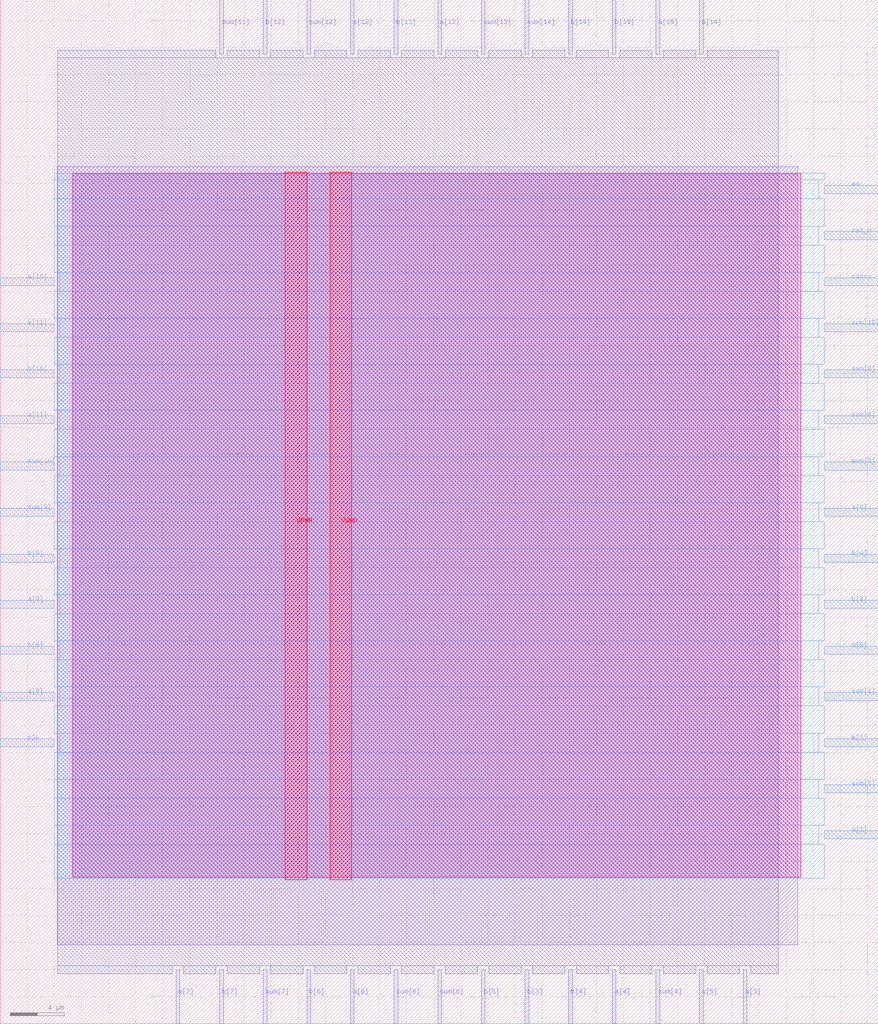
<source format=lef>
VERSION 5.7 ;
  NOWIREEXTENSIONATPIN ON ;
  DIVIDERCHAR "/" ;
  BUSBITCHARS "[]" ;
MACRO adder16
  CLASS BLOCK ;
  FOREIGN adder16 ;
  ORIGIN 0.000 0.000 ;
  SIZE 64.800 BY 75.520 ;
  PIN VGND
    DIRECTION INOUT ;
    USE GROUND ;
    PORT
      LAYER met4 ;
        RECT 24.340 10.640 25.940 62.800 ;
    END
  END VGND
  PIN VPWR
    DIRECTION INOUT ;
    USE POWER ;
    PORT
      LAYER met4 ;
        RECT 21.040 10.640 22.640 62.800 ;
    END
  END VPWR
  PIN a[0]
    DIRECTION INPUT ;
    USE SIGNAL ;
    ANTENNAGATEAREA 0.196500 ;
    PORT
      LAYER met3 ;
        RECT 60.800 37.440 64.800 38.040 ;
    END
  END a[0]
  PIN a[10]
    DIRECTION INPUT ;
    USE SIGNAL ;
    ANTENNAGATEAREA 0.196500 ;
    PORT
      LAYER met3 ;
        RECT 0.000 54.440 4.000 55.040 ;
    END
  END a[10]
  PIN a[11]
    DIRECTION INPUT ;
    USE SIGNAL ;
    ANTENNAGATEAREA 0.196500 ;
    PORT
      LAYER met3 ;
        RECT 0.000 44.240 4.000 44.840 ;
    END
  END a[11]
  PIN a[12]
    DIRECTION INPUT ;
    USE SIGNAL ;
    ANTENNAGATEAREA 0.196500 ;
    PORT
      LAYER met2 ;
        RECT 25.850 71.520 26.130 75.520 ;
    END
  END a[12]
  PIN a[13]
    DIRECTION INPUT ;
    USE SIGNAL ;
    ANTENNAGATEAREA 0.196500 ;
    PORT
      LAYER met2 ;
        RECT 32.290 71.520 32.570 75.520 ;
    END
  END a[13]
  PIN a[14]
    DIRECTION INPUT ;
    USE SIGNAL ;
    ANTENNAGATEAREA 0.196500 ;
    PORT
      LAYER met2 ;
        RECT 51.610 71.520 51.890 75.520 ;
    END
  END a[14]
  PIN a[15]
    DIRECTION INPUT ;
    USE SIGNAL ;
    ANTENNAGATEAREA 0.196500 ;
    PORT
      LAYER met2 ;
        RECT 48.390 71.520 48.670 75.520 ;
    END
  END a[15]
  PIN a[1]
    DIRECTION INPUT ;
    USE SIGNAL ;
    ANTENNAGATEAREA 0.196500 ;
    PORT
      LAYER met3 ;
        RECT 60.800 13.640 64.800 14.240 ;
    END
  END a[1]
  PIN a[2]
    DIRECTION INPUT ;
    USE SIGNAL ;
    ANTENNAGATEAREA 0.196500 ;
    PORT
      LAYER met3 ;
        RECT 60.800 27.240 64.800 27.840 ;
    END
  END a[2]
  PIN a[3]
    DIRECTION INPUT ;
    USE SIGNAL ;
    ANTENNAGATEAREA 0.196500 ;
    PORT
      LAYER met2 ;
        RECT 54.830 0.000 55.110 4.000 ;
    END
  END a[3]
  PIN a[4]
    DIRECTION INPUT ;
    USE SIGNAL ;
    ANTENNAGATEAREA 0.196500 ;
    PORT
      LAYER met2 ;
        RECT 45.170 0.000 45.450 4.000 ;
    END
  END a[4]
  PIN a[5]
    DIRECTION INPUT ;
    USE SIGNAL ;
    ANTENNAGATEAREA 0.196500 ;
    PORT
      LAYER met2 ;
        RECT 51.610 0.000 51.890 4.000 ;
    END
  END a[5]
  PIN a[6]
    DIRECTION INPUT ;
    USE SIGNAL ;
    ANTENNAGATEAREA 0.495000 ;
    PORT
      LAYER met2 ;
        RECT 25.850 0.000 26.130 4.000 ;
    END
  END a[6]
  PIN a[7]
    DIRECTION INPUT ;
    USE SIGNAL ;
    ANTENNAGATEAREA 0.495000 ;
    PORT
      LAYER met2 ;
        RECT 12.970 0.000 13.250 4.000 ;
    END
  END a[7]
  PIN a[8]
    DIRECTION INPUT ;
    USE SIGNAL ;
    ANTENNAGATEAREA 0.196500 ;
    PORT
      LAYER met3 ;
        RECT 0.000 23.840 4.000 24.440 ;
    END
  END a[8]
  PIN a[9]
    DIRECTION INPUT ;
    USE SIGNAL ;
    ANTENNAGATEAREA 0.196500 ;
    PORT
      LAYER met3 ;
        RECT 0.000 30.640 4.000 31.240 ;
    END
  END a[9]
  PIN b[0]
    DIRECTION INPUT ;
    USE SIGNAL ;
    ANTENNAGATEAREA 0.196500 ;
    PORT
      LAYER met3 ;
        RECT 60.800 34.040 64.800 34.640 ;
    END
  END b[0]
  PIN b[10]
    DIRECTION INPUT ;
    USE SIGNAL ;
    ANTENNAGATEAREA 0.196500 ;
    PORT
      LAYER met3 ;
        RECT 0.000 47.640 4.000 48.240 ;
    END
  END b[10]
  PIN b[11]
    DIRECTION INPUT ;
    USE SIGNAL ;
    ANTENNAGATEAREA 0.196500 ;
    PORT
      LAYER met3 ;
        RECT 0.000 51.040 4.000 51.640 ;
    END
  END b[11]
  PIN b[12]
    DIRECTION INPUT ;
    USE SIGNAL ;
    ANTENNAGATEAREA 0.196500 ;
    PORT
      LAYER met2 ;
        RECT 19.410 71.520 19.690 75.520 ;
    END
  END b[12]
  PIN b[13]
    DIRECTION INPUT ;
    USE SIGNAL ;
    ANTENNAGATEAREA 0.196500 ;
    PORT
      LAYER met2 ;
        RECT 29.070 71.520 29.350 75.520 ;
    END
  END b[13]
  PIN b[14]
    DIRECTION INPUT ;
    USE SIGNAL ;
    ANTENNAGATEAREA 0.196500 ;
    PORT
      LAYER met2 ;
        RECT 41.950 71.520 42.230 75.520 ;
    END
  END b[14]
  PIN b[15]
    DIRECTION INPUT ;
    USE SIGNAL ;
    ANTENNAGATEAREA 0.196500 ;
    PORT
      LAYER met2 ;
        RECT 45.170 71.520 45.450 75.520 ;
    END
  END b[15]
  PIN b[1]
    DIRECTION INPUT ;
    USE SIGNAL ;
    ANTENNAGATEAREA 0.196500 ;
    PORT
      LAYER met3 ;
        RECT 60.800 20.440 64.800 21.040 ;
    END
  END b[1]
  PIN b[2]
    DIRECTION INPUT ;
    USE SIGNAL ;
    ANTENNAGATEAREA 0.196500 ;
    PORT
      LAYER met3 ;
        RECT 60.800 30.640 64.800 31.240 ;
    END
  END b[2]
  PIN b[3]
    DIRECTION INPUT ;
    USE SIGNAL ;
    ANTENNAGATEAREA 0.196500 ;
    PORT
      LAYER met2 ;
        RECT 38.730 0.000 39.010 4.000 ;
    END
  END b[3]
  PIN b[4]
    DIRECTION INPUT ;
    USE SIGNAL ;
    ANTENNAGATEAREA 0.196500 ;
    PORT
      LAYER met2 ;
        RECT 41.950 0.000 42.230 4.000 ;
    END
  END b[4]
  PIN b[5]
    DIRECTION INPUT ;
    USE SIGNAL ;
    ANTENNAGATEAREA 0.196500 ;
    PORT
      LAYER met2 ;
        RECT 35.510 0.000 35.790 4.000 ;
    END
  END b[5]
  PIN b[6]
    DIRECTION INPUT ;
    USE SIGNAL ;
    ANTENNAGATEAREA 0.495000 ;
    PORT
      LAYER met2 ;
        RECT 22.630 0.000 22.910 4.000 ;
    END
  END b[6]
  PIN b[7]
    DIRECTION INPUT ;
    USE SIGNAL ;
    ANTENNAGATEAREA 0.495000 ;
    PORT
      LAYER met2 ;
        RECT 16.190 0.000 16.470 4.000 ;
    END
  END b[7]
  PIN b[8]
    DIRECTION INPUT ;
    USE SIGNAL ;
    ANTENNAGATEAREA 0.196500 ;
    PORT
      LAYER met3 ;
        RECT 0.000 27.240 4.000 27.840 ;
    END
  END b[8]
  PIN b[9]
    DIRECTION INPUT ;
    USE SIGNAL ;
    ANTENNAGATEAREA 0.196500 ;
    PORT
      LAYER met3 ;
        RECT 0.000 34.040 4.000 34.640 ;
    END
  END b[9]
  PIN carry
    DIRECTION OUTPUT ;
    USE SIGNAL ;
    ANTENNADIFFAREA 0.445500 ;
    PORT
      LAYER met3 ;
        RECT 60.800 54.440 64.800 55.040 ;
    END
  END carry
  PIN clk
    DIRECTION INPUT ;
    USE SIGNAL ;
    ANTENNAGATEAREA 0.852000 ;
    PORT
      LAYER met3 ;
        RECT 0.000 20.440 4.000 21.040 ;
    END
  END clk
  PIN en
    DIRECTION INPUT ;
    USE SIGNAL ;
    ANTENNAGATEAREA 0.196500 ;
    PORT
      LAYER met3 ;
        RECT 60.800 61.240 64.800 61.840 ;
    END
  END en
  PIN rst_n
    DIRECTION INPUT ;
    USE SIGNAL ;
    ANTENNAGATEAREA 0.126000 ;
    PORT
      LAYER met3 ;
        RECT 60.800 57.840 64.800 58.440 ;
    END
  END rst_n
  PIN sum[0]
    DIRECTION OUTPUT ;
    USE SIGNAL ;
    ANTENNADIFFAREA 0.445500 ;
    PORT
      LAYER met3 ;
        RECT 60.800 44.240 64.800 44.840 ;
    END
  END sum[0]
  PIN sum[10]
    DIRECTION OUTPUT ;
    USE SIGNAL ;
    ANTENNADIFFAREA 0.445500 ;
    PORT
      LAYER met3 ;
        RECT 0.000 40.840 4.000 41.440 ;
    END
  END sum[10]
  PIN sum[11]
    DIRECTION OUTPUT ;
    USE SIGNAL ;
    ANTENNADIFFAREA 0.445500 ;
    PORT
      LAYER met2 ;
        RECT 16.190 71.520 16.470 75.520 ;
    END
  END sum[11]
  PIN sum[12]
    DIRECTION OUTPUT ;
    USE SIGNAL ;
    ANTENNADIFFAREA 0.445500 ;
    PORT
      LAYER met2 ;
        RECT 22.630 71.520 22.910 75.520 ;
    END
  END sum[12]
  PIN sum[13]
    DIRECTION OUTPUT ;
    USE SIGNAL ;
    ANTENNADIFFAREA 0.445500 ;
    PORT
      LAYER met2 ;
        RECT 35.510 71.520 35.790 75.520 ;
    END
  END sum[13]
  PIN sum[14]
    DIRECTION OUTPUT ;
    USE SIGNAL ;
    ANTENNADIFFAREA 0.445500 ;
    PORT
      LAYER met2 ;
        RECT 38.730 71.520 39.010 75.520 ;
    END
  END sum[14]
  PIN sum[15]
    DIRECTION OUTPUT ;
    USE SIGNAL ;
    ANTENNADIFFAREA 0.445500 ;
    PORT
      LAYER met3 ;
        RECT 60.800 51.040 64.800 51.640 ;
    END
  END sum[15]
  PIN sum[1]
    DIRECTION OUTPUT ;
    USE SIGNAL ;
    ANTENNADIFFAREA 0.445500 ;
    PORT
      LAYER met3 ;
        RECT 60.800 23.840 64.800 24.440 ;
    END
  END sum[1]
  PIN sum[2]
    DIRECTION OUTPUT ;
    USE SIGNAL ;
    ANTENNADIFFAREA 0.445500 ;
    PORT
      LAYER met3 ;
        RECT 60.800 47.640 64.800 48.240 ;
    END
  END sum[2]
  PIN sum[3]
    DIRECTION OUTPUT ;
    USE SIGNAL ;
    ANTENNADIFFAREA 0.445500 ;
    PORT
      LAYER met3 ;
        RECT 60.800 40.840 64.800 41.440 ;
    END
  END sum[3]
  PIN sum[4]
    DIRECTION OUTPUT ;
    USE SIGNAL ;
    ANTENNADIFFAREA 0.445500 ;
    PORT
      LAYER met2 ;
        RECT 48.390 0.000 48.670 4.000 ;
    END
  END sum[4]
  PIN sum[5]
    DIRECTION OUTPUT ;
    USE SIGNAL ;
    ANTENNADIFFAREA 0.445500 ;
    PORT
      LAYER met3 ;
        RECT 60.800 17.040 64.800 17.640 ;
    END
  END sum[5]
  PIN sum[6]
    DIRECTION OUTPUT ;
    USE SIGNAL ;
    ANTENNADIFFAREA 0.445500 ;
    PORT
      LAYER met2 ;
        RECT 32.290 0.000 32.570 4.000 ;
    END
  END sum[6]
  PIN sum[7]
    DIRECTION OUTPUT ;
    USE SIGNAL ;
    ANTENNADIFFAREA 0.445500 ;
    PORT
      LAYER met2 ;
        RECT 19.410 0.000 19.690 4.000 ;
    END
  END sum[7]
  PIN sum[8]
    DIRECTION OUTPUT ;
    USE SIGNAL ;
    ANTENNADIFFAREA 0.445500 ;
    PORT
      LAYER met2 ;
        RECT 29.070 0.000 29.350 4.000 ;
    END
  END sum[8]
  PIN sum[9]
    DIRECTION OUTPUT ;
    USE SIGNAL ;
    ANTENNADIFFAREA 0.445500 ;
    PORT
      LAYER met3 ;
        RECT 0.000 37.440 4.000 38.040 ;
    END
  END sum[9]
  OBS
      LAYER nwell ;
        RECT 5.330 10.795 59.070 62.750 ;
      LAYER li1 ;
        RECT 5.520 10.795 58.880 62.645 ;
      LAYER met1 ;
        RECT 4.210 5.820 58.880 63.200 ;
      LAYER met2 ;
        RECT 4.230 71.240 15.910 71.810 ;
        RECT 16.750 71.240 19.130 71.810 ;
        RECT 19.970 71.240 22.350 71.810 ;
        RECT 23.190 71.240 25.570 71.810 ;
        RECT 26.410 71.240 28.790 71.810 ;
        RECT 29.630 71.240 32.010 71.810 ;
        RECT 32.850 71.240 35.230 71.810 ;
        RECT 36.070 71.240 38.450 71.810 ;
        RECT 39.290 71.240 41.670 71.810 ;
        RECT 42.510 71.240 44.890 71.810 ;
        RECT 45.730 71.240 48.110 71.810 ;
        RECT 48.950 71.240 51.330 71.810 ;
        RECT 52.170 71.240 57.410 71.810 ;
        RECT 4.230 4.280 57.410 71.240 ;
        RECT 4.230 3.670 12.690 4.280 ;
        RECT 13.530 3.670 15.910 4.280 ;
        RECT 16.750 3.670 19.130 4.280 ;
        RECT 19.970 3.670 22.350 4.280 ;
        RECT 23.190 3.670 25.570 4.280 ;
        RECT 26.410 3.670 28.790 4.280 ;
        RECT 29.630 3.670 32.010 4.280 ;
        RECT 32.850 3.670 35.230 4.280 ;
        RECT 36.070 3.670 38.450 4.280 ;
        RECT 39.290 3.670 41.670 4.280 ;
        RECT 42.510 3.670 44.890 4.280 ;
        RECT 45.730 3.670 48.110 4.280 ;
        RECT 48.950 3.670 51.330 4.280 ;
        RECT 52.170 3.670 54.550 4.280 ;
        RECT 55.390 3.670 57.410 4.280 ;
      LAYER met3 ;
        RECT 3.990 62.240 60.800 62.725 ;
        RECT 3.990 60.840 60.400 62.240 ;
        RECT 3.990 58.840 60.800 60.840 ;
        RECT 3.990 57.440 60.400 58.840 ;
        RECT 3.990 55.440 60.800 57.440 ;
        RECT 4.400 54.040 60.400 55.440 ;
        RECT 3.990 52.040 60.800 54.040 ;
        RECT 4.400 50.640 60.400 52.040 ;
        RECT 3.990 48.640 60.800 50.640 ;
        RECT 4.400 47.240 60.400 48.640 ;
        RECT 3.990 45.240 60.800 47.240 ;
        RECT 4.400 43.840 60.400 45.240 ;
        RECT 3.990 41.840 60.800 43.840 ;
        RECT 4.400 40.440 60.400 41.840 ;
        RECT 3.990 38.440 60.800 40.440 ;
        RECT 4.400 37.040 60.400 38.440 ;
        RECT 3.990 35.040 60.800 37.040 ;
        RECT 4.400 33.640 60.400 35.040 ;
        RECT 3.990 31.640 60.800 33.640 ;
        RECT 4.400 30.240 60.400 31.640 ;
        RECT 3.990 28.240 60.800 30.240 ;
        RECT 4.400 26.840 60.400 28.240 ;
        RECT 3.990 24.840 60.800 26.840 ;
        RECT 4.400 23.440 60.400 24.840 ;
        RECT 3.990 21.440 60.800 23.440 ;
        RECT 4.400 20.040 60.400 21.440 ;
        RECT 3.990 18.040 60.800 20.040 ;
        RECT 3.990 16.640 60.400 18.040 ;
        RECT 3.990 14.640 60.800 16.640 ;
        RECT 3.990 13.240 60.400 14.640 ;
        RECT 3.990 10.715 60.800 13.240 ;
  END
END adder16
END LIBRARY


</source>
